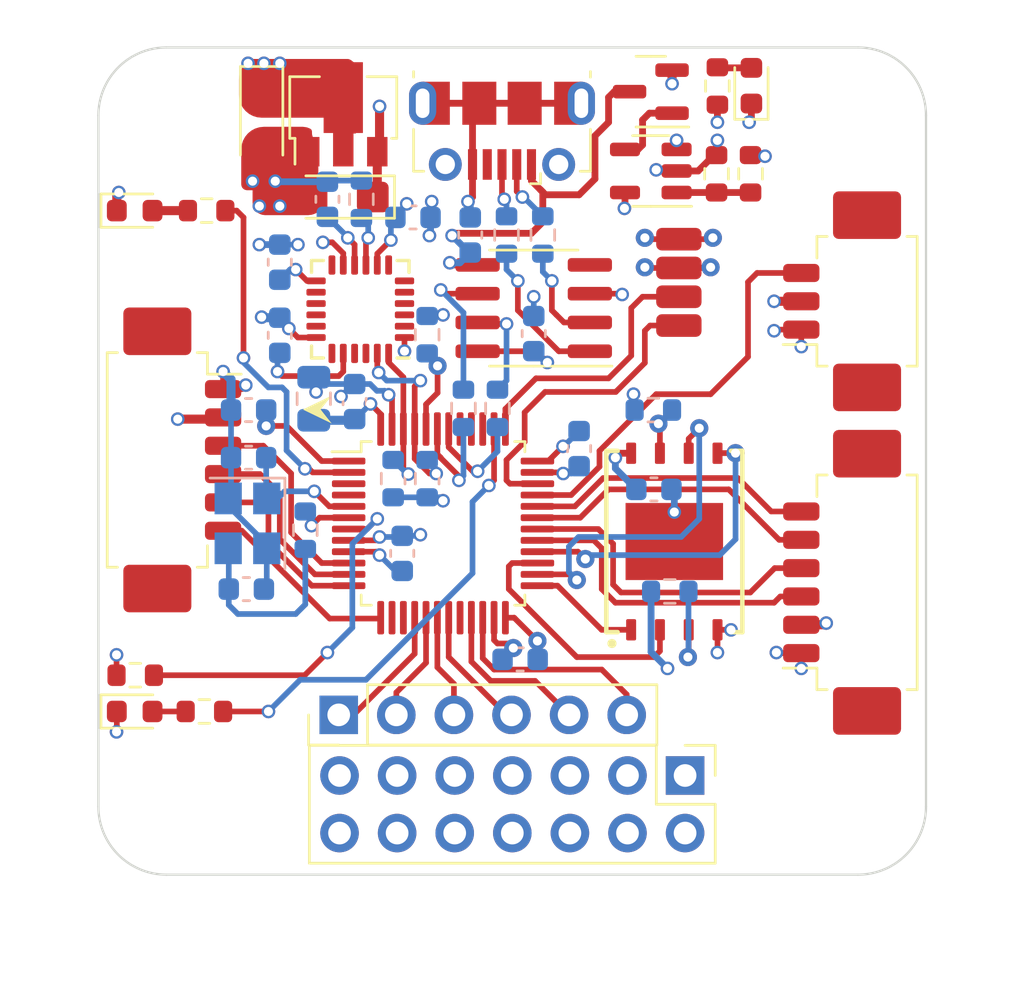
<source format=kicad_pcb>
(kicad_pcb (version 20211014) (generator pcbnew)
  (layers (0 "F.Cu" signal) (1 "In1.Cu" power "3.3V") (2 "In2.Cu" power "GND") (31 "B.Cu" signal) (34 "B.Paste" user) (35 "F.Paste" user) (36 "B.SilkS" user "B.Silkscreen") (37 "F.SilkS" user "F.Silkscreen") (38 "B.Mask" user) (39 "F.Mask" user) (44 "Edge.Cuts" user))
  (net 0 "")
  (net 1 "+3V3")
  (net 2 "GND")
  (net 3 "HSE_IN")
  (net 4 "Net-(C8-Pad1)")
  (net 5 "Net-(C11-Pad2)")
  (net 6 "Net-(C13-Pad2)")
  (net 7 "VUSB")
  (net 8 "Net-(C15-Pad2)")
  (net 9 "+5V")
  (net 10 "Net-(D1-Pad2)")
  (net 11 "Net-(D2-Pad2)")
  (net 12 "Net-(D3-Pad2)")
  (net 13 "Net-(J1-Pad2)")
  (net 15 "Net-(J1-Pad3)")
  (net 16 "PPM")
  (net 17 "PWM1")
  (net 18 "PWM2")
  (net 19 "PWM3")
  (net 20 "PWM4")
  (net 21 "PWM5")
  (net 22 "PWM6")
  (net 23 "Net-(Q1-Pad1)")
  (net 24 "NRST")
  (net 25 "BOOT")
  (net 26 "HSE_OUT")
  (net 27 "LED_PC13")
  (net 28 "LED_STATUS")
  (net 29 "Net-(R7-Pad2)")
  (net 30 "Net-(R8-Pad2)")
  (net 31 "I2C1_SDA")
  (net 32 "I2C1_SLC")
  (net 33 "Net-(R11-Pad1)")
  (net 34 "Net-(R12-Pad2)")
  (net 35 "Net-(R13-Pad1)")
  (net 36 "Net-(R14-Pad1)")
  (net 37 "UART1_RX")
  (net 38 "UART1_TX")
  (net 39 "Net-(R15-Pad2)")
  (net 40 "Net-(R16-Pad2)")
  (net 41 "RC4_UART2_RX")
  (net 42 "RC3_UART2_TX")
  (net 43 "RC2")
  (net 44 "RC1")
  (net 45 "RC5")
  (net 46 "RC6")
  (net 47 "RC7")
  (net 48 "RC8")
  (net 54 "SPI2_CS")
  (net 55 "SPI2_SCK")
  (net 56 "SPI2_MISO")
  (net 57 "SPI2_MOSI")
  (net 58 "SWDIO")
  (net 59 "SWCLK")
  (footprint "Package_SO:SOIC-8_3.9x4.9mm_P1.27mm" (layer "F.Cu") (at 119.2 71.5 180)
    (fp_text reference "U4")
    (fp_text value "CH330N")
  )
  (footprint "Resistor_SMD:R_0603_1608Metric" (layer "F.Cu") (at 127.3 61.7 90)
    (fp_text reference "R4")
    (fp_text value "1k")
  )
  (footprint "SFA_LOGO:Arrow" (layer "F.Cu") (at 109.6 76 180)
    (fp_text reference "G***")
    (fp_text value "LOGO" hide)
  )
  (footprint "Resistor_SMD:R_0603_1608Metric" (layer "F.Cu") (at 104.775 67.2 180)
    (fp_text reference "R5")
    (fp_text value "1k")
  )
  (footprint "MountingHole:MountingHole_3mm" (layer "F.Cu") (at 133.5 93.5)
    (fp_text reference "REF**")
    (fp_text value "MountingHole_3mm")
  )
  (footprint "Connector_PinHeader_2.54mm:PinHeader_2x07_P2.54mm_Vertical" (layer "F.Cu") (at 125.875 92.125 -90)
    (fp_text reference "PWR1")
    (fp_text value "Conn_02x07_Odd_Even")
  )
  (footprint "Capacitor_Tantalum_SMD:CP_EIA-3216-10_Kemet-I" (layer "F.Cu") (at 110.75 66.6 180)
    (fp_text reference "C16")
    (fp_text value "10uF")
  )
  (footprint "Resistor_SMD:R_0603_1608Metric" (layer "F.Cu") (at 128.7625 65.575 -90)
    (fp_text reference "R16")
    (fp_text value "2k")
  )
  (footprint "MountingHole:MountingHole_3mm" (layer "F.Cu") (at 133.5 63)
    (fp_text reference "REF**")
    (fp_text value "MountingHole_3mm")
  )
  (footprint "W25Q256JVEIQ_TR:SON127P800X600X80-9N" (layer "F.Cu") (at 125.4 81.8 90)
    (fp_text reference "U2")
    (fp_text value "W25Q256JVEIQ_TR")
  )
  (footprint "Package_QFP:LQFP-48_7x7mm_P0.5mm" (layer "F.Cu") (at 115.2 81)
    (fp_text reference "U1")
    (fp_text value "STM32F103C8Tx")
  )
  (footprint "myCustomLibs:ConPadx04" (layer "F.Cu") (at 125.6 71.508)
    (fp_text reference "J2")
    (fp_text value "Conn_01x04")
  )
  (footprint "Package_TO_SOT_SMD:SOT-89-3" (layer "F.Cu") (at 110.8 62.95 90)
    (fp_text reference "U5")
    (fp_text value "AZ1117-3.3")
  )
  (footprint "Sensor_Motion:InvenSense_QFN-24_4x4mm_P0.5mm" (layer "F.Cu") (at 111.55 71.55 180)
    (fp_text reference "U3")
    (fp_text value "MPU-6050")
  )
  (footprint "MountingHole:MountingHole_3mm" (layer "F.Cu") (at 103 63)
    (fp_text reference "REF**")
    (fp_text value "MountingHole_3mm")
  )
  (footprint "Package_TO_SOT_SMD:SOT-23" (layer "F.Cu") (at 124.3625 61.95 180)
    (fp_text reference "Q1")
    (fp_text value "AO3401A")
  )
  (footprint "MountingHole:MountingHole_3mm" (layer "F.Cu") (at 103 93.5)
    (fp_text reference "REF**")
    (fp_text value "MountingHole_3mm")
  )
  (footprint "Connector_Molex:Molex_PicoBlade_53261-0671_1x06-1MP_P1.25mm_Horizontal" (layer "F.Cu") (at 133.4 83.6 90)
    (fp_text reference "RCIN2")
    (fp_text value "Conn_01x06")
  )
  (footprint "Connector_Molex:Molex_PicoBlade_53261-0371_1x03-1MP_P1.25mm_Horizontal" (layer "F.Cu") (at 133.4 71.2 90)
    (fp_text reference "PPM1")
    (fp_text value "Conn_01x03")
  )
  (footprint "LED_SMD:LED_0603_1608Metric" (layer "F.Cu") (at 128.8 61.6875 90)
    (fp_text reference "D1")
    (fp_text value "LEDR")
  )
  (footprint "Resistor_SMD:R_0603_1608Metric" (layer "F.Cu") (at 104.675 89.3 180)
    (fp_text reference "R6")
    (fp_text value "1k")
  )
  (footprint "Package_TO_SOT_SMD:SOT-23-5" (layer "F.Cu") (at 124.3625 65.45 180)
    (fp_text reference "U6")
    (fp_text value "LMV321")
  )
  (footprint "LED_SMD:LED_0603_1608Metric" (layer "F.Cu") (at 101.6 89.3)
    (fp_text reference "D3")
    (fp_text value "LEDR")
  )
  (footprint "Resistor_SMD:R_0603_1608Metric" (layer "F.Cu") (at 101.625 87.7)
    (fp_text reference "R1")
    (fp_text value "10k")
  )
  (footprint "Connector_Molex:Molex_PicoBlade_53261-0671_1x06-1MP_P1.25mm_Horizontal" (layer "F.Cu") (at 103.1 78.2 -90)
    (fp_text reference "RCIN1")
    (fp_text value "Conn_01x06")
  )
  (footprint "Connector_PinHeader_2.54mm:PinHeader_1x06_P2.54mm_Vertical" (layer "F.Cu") (at 110.6 89.45 90)
    (fp_text reference "PWM_SIG1")
    (fp_text value "Conn_01x06")
  )
  (footprint "LED_SMD:LED_0603_1608Metric" (layer "F.Cu") (at 101.6 67.2)
    (fp_text reference "D2")
    (fp_text value "LEDR")
  )
  (footprint "Capacitor_Tantalum_SMD:CP_EIA-3216-10_Kemet-I" (layer "F.Cu") (at 107.2 63.15 -90)
    (fp_text reference "C17")
    (fp_text value "22uF")
  )
  (footprint "Resistor_SMD:R_0603_1608Metric" (layer "F.Cu") (at 127.2625 65.575 90)
    (fp_text reference "R17")
    (fp_text value "10k")
  )
  (footprint "Connector_USB:USB_Micro-B_Molex-105017-0001" (layer "F.Cu") (at 117.8 63.7 180)
    (fp_text reference "J1")
    (fp_text value "USB_B_Micro")
  )
  (footprint "Capacitor_SMD:C_0603_1608Metric" (layer "B.Cu") (at 108 72.7 -90)
    (fp_text reference "C13")
    (fp_text value "2.2nF")
  )
  (footprint "Resistor_SMD:R_0603_1608Metric" (layer "B.Cu") (at 109.125 81.3 90)
    (fp_text reference "R3")
    (fp_text value "470R")
  )
  (footprint "Resistor_SMD:R_0603_1608Metric" (layer "B.Cu") (at 124.475 76)
    (fp_text reference "R7")
    (fp_text value "4.7k")
  )
  (footprint "Resistor_SMD:R_0603_1608Metric" (layer "B.Cu") (at 113 79.025 90)
    (fp_text reference "R9")
    (fp_text value "4.7k")
  )
  (footprint "Capacitor_SMD:C_0805_2012Metric" (layer "B.Cu") (at 109.5 75.5 90)
    (fp_text reference "C1")
    (fp_text value "4.7uF")
  )
  (footprint "Resistor_SMD:R_0603_1608Metric" (layer "B.Cu") (at 118 68.275 -90)
    (fp_text reference "R12")
    (fp_text value "22R")
  )
  (footprint "Resistor_SMD:R_0603_1608Metric" (layer "B.Cu") (at 114.5 79.025 90)
    (fp_text reference "R10")
    (fp_text value "4.7k")
  )
  (footprint "Crystal:Crystal_SMD_3225-4Pin_3.2x2.5mm" (layer "B.Cu") (at 106.575 81 -90)
    (fp_text reference "Y1")
    (fp_text value "8Mhz")
  )
  (footprint "Resistor_SMD:R_0603_1608Metric" (layer "B.Cu") (at 116.1 75.925 -90)
    (fp_text reference "R14")
    (fp_text value "1k")
  )
  (footprint "Capacitor_SMD:C_0603_1608Metric" (layer "B.Cu") (at 106.625 78.1 180)
    (fp_text reference "C7")
    (fp_text value "22pF")
  )
  (footprint "Resistor_SMD:R_0603_1608Metric" (layer "B.Cu") (at 111.6 66.7 90)
    (fp_text reference "R11")
    (fp_text value "4.7k")
  )
  (footprint "Capacitor_SMD:C_0603_1608Metric" (layer "B.Cu") (at 121.2 77.7 -90)
    (fp_text reference "C4")
    (fp_text value "100nF")
  )
  (footprint "Capacitor_SMD:C_0603_1608Metric" (layer "B.Cu") (at 111.3 75.625 90)
    (fp_text reference "C2")
    (fp_text value "100nF")
  )
  (footprint "Resistor_SMD:R_0603_1608Metric" (layer "B.Cu") (at 114.5 72.675 -90)
    (fp_text reference "R2")
    (fp_text value "10k")
  )
  (footprint "Capacitor_SMD:C_0603_1608Metric" (layer "B.Cu") (at 106.625 76 180)
    (fp_text reference "C3")
    (fp_text value "100nF")
  )
  (footprint "Capacitor_SMD:C_0603_1608Metric" (layer "B.Cu") (at 124.5 79.5)
    (fp_text reference "C12")
    (fp_text value "100nF")
  )
  (footprint "Resistor_SMD:R_0603_1608Metric" (layer "B.Cu") (at 125.2 84)
    (fp_text reference "R8")
    (fp_text value "4.7k")
  )
  (footprint "Capacitor_SMD:C_0603_1608Metric" (layer "B.Cu") (at 110.1 66.7 -90)
    (fp_text reference "C11")
    (fp_text value "100nF")
  )
  (footprint "Capacitor_SMD:C_0603_1608Metric" (layer "B.Cu") (at 118.6 87 180)
    (fp_text reference "C5")
    (fp_text value "100nF")
  )
  (footprint "Capacitor_SMD:C_0603_1608Metric" (layer "B.Cu") (at 119.2 72.625 -90)
    (fp_text reference "C15")
    (fp_text value "100nF")
  )
  (footprint "Capacitor_SMD:C_0603_1608Metric" (layer "B.Cu") (at 116.4 68.275 -90)
    (fp_text reference "C14")
    (fp_text value "100nF")
  )
  (footprint "Resistor_SMD:R_0603_1608Metric" (layer "B.Cu") (at 119.6 68.275 90)
    (fp_text reference "R13")
    (fp_text value "22R")
  )
  (footprint "Resistor_SMD:R_0603_1608Metric" (layer "B.Cu") (at 117.6 75.925 90)
    (fp_text reference "R15")
    (fp_text value "1k")
  )
  (footprint "Capacitor_SMD:C_0603_1608Metric" (layer "B.Cu") (at 106.525 83.9)
    (fp_text reference "C8")
    (fp_text value "22pF")
  )
  (footprint "Capacitor_SMD:C_0603_1608Metric" (layer "B.Cu") (at 113.4 82.325 90)
    (fp_text reference "C6")
    (fp_text value "100nF")
  )
  (footprint "Capacitor_SMD:C_0603_1608Metric" (layer "B.Cu") (at 108 69.475 90)
    (fp_text reference "C10")
    (fp_text value "100nF")
  )
  (footprint "Capacitor_SMD:C_0603_1608Metric" (layer "B.Cu") (at 113.875 67.5 180)
    (fp_text reference "C9")
    (fp_text value "10nF")
  )
  (gr_arc (start 103 96.5) (mid 100.87868 95.62132) (end 100 93.5) (layer "Edge.Cuts") (width 0.1))
  (gr_arc (start 133.5 60) (mid 135.62132 60.87868) (end 136.5 63) (layer "Edge.Cuts") (width 0.1))
  (gr_line (start 100 63) (end 100 93.5) (layer "Edge.Cuts") (width 0.1))
  (gr_arc (start 136.5 93.5) (mid 135.62132 95.62132) (end 133.5 96.5) (layer "Edge.Cuts") (width 0.1))
  (gr_arc (start 100 63) (mid 100.87868 60.87868) (end 103 60) (layer "Edge.Cuts") (width 0.1))
  (gr_line (start 136.5 93.5) (end 136.5 63) (layer "Edge.Cuts") (width 0.1))
  (gr_line (start 103 60) (end 133.5 60) (layer "Edge.Cuts") (width 0.1))
  (gr_line (start 103 96.5) (end 133.5 96.5) (layer "Edge.Cuts") (width 0.1))
  (segment (start 109.85 78.25) (end 111.0375 78.25) (width 0.25) (layer "F.Cu") (net 1))
  (segment (start 109.6 70.3) (end 109.2 70.3) (width 0.25) (layer "F.Cu") (net 1))
  (segment (start 118.337902 85.1625) (end 119.363261 86.187859) (width 0.25) (layer "F.Cu") (net 1))
  (segment (start 123.225 67.075) (end 123.2 67.1) (width 0.3) (layer "F.Cu") (net 1))
  (segment (start 127 69.7) (end 126.97 69.73) (width 0.25) (layer "F.Cu") (net 1))
  (segment (start 100.8 87.7) (end 100.8 86.8) (width 0.25) (layer "F.Cu") (net 1))
  (segment (start 125.5 64.5) (end 125.5 64.1) (width 0.3) (layer "F.Cu") (net 1))
  (segment (start 109.2 70.3) (end 108.7 69.8) (width 0.25) (layer "F.Cu") (net 1))
  (segment (start 125.6 69.73) (end 124.13 69.73) (width 0.25) (layer "F.Cu") (net 1))
  (segment (start 112.25 82.25) (end 111.0375 82.25) (width 0.25) (layer "F.Cu") (net 1))
  (segment (start 126.97 69.73) (end 125.6 69.73) (width 0.25) (layer "F.Cu") (net 1))
  (segment (start 112.3 69.1) (end 112.9 68.5) (width 0.25) (layer "F.Cu") (net 1))
  (segment (start 120.491219 77.6) (end 119.841219 78.25) (width 0.25) (layer "F.Cu") (net 1))
  (segment (start 127.3 62.525) (end 127.3 63.3) (width 0.3) (layer "F.Cu") (net 1))
  (segment (start 122.995 77.905) (end 122.8 78.1) (width 0.3) (layer "F.Cu") (net 1))
  (segment (start 112.3 69.6) (end 112.3 69.1) (width 0.25) (layer "F.Cu") (net 1))
  (segment (start 123.225 66.4) (end 123.225 67.075) (width 0.3) (layer "F.Cu") (net 1))
  (segment (start 108.3 76.7) (end 109.85 78.25) (width 0.25) (layer "F.Cu") (net 1))
  (segment (start 112.45 76.178254) (end 112.45 76.8375) (width 0.25) (layer "F.Cu") (net 1))
  (segment (start 117.95 85.1625) (end 118.337902 85.1625) (width 0.25) (layer "F.Cu") (net 1))
  (segment (start 107.4 76.7) (end 108.3 76.7) (width 0.25) (layer "F.Cu") (net 1))
  (segment (start 112 75.728254) (end 112.45 76.178254) (width 0.25) (layer "F.Cu") (net 1))
  (segment (start 124.13 69.73) (end 124.1 69.7) (width 0.25) (layer "F.Cu") (net 1))
  (segment (start 123.495 77.905) (end 122.995 77.905) (width 0.3) (layer "F.Cu") (net 1))
  (segment (start 112.4 82.4) (end 112.25 82.25) (width 0.25) (layer "F.Cu") (net 1))
  (segment (start 119.841219 78.25) (end 119.3625 78.25) (width 0.25) (layer "F.Cu") (net 1))
  (via (at 119.363261 86.187859) (size 0.8) (drill 0.4) (layers "F.Cu" "B.Cu") (net 1))
  (via (at 115.2 80) (size 0.6) (drill 0.4) (layers "F.Cu" "B.Cu") (net 1))
  (via (at 106.6 60.7) (size 0.6) (drill 0.4) (layers "F.Cu" "B.Cu") (net 1))
  (via (at 108.7 69.8) (size 0.6) (drill 0.4) (layers "F.Cu" "B.Cu") (net 1))
  (via (at 112.4 82.4) (size 0.6) (drill 0.4) (layers "F.Cu" "B.Cu") (net 1))
  (via (at 107.3 60.7) (size 0.6) (drill 0.4) (layers "F.Cu" "B.Cu") (net 1))
  (via (at 123.6 75.3) (size 0.6) (drill 0.4) (layers "F.Cu" "B.Cu") (net 1))
  (via (at 124.1 69.7) (size 0.8) (drill 0.4) (layers "F.Cu" "B.Cu") (net 1))
  (via (at 123.2 67.1) (size 0.6) (drill 0.4) (layers "F.Cu" "B.Cu") (net 1))
  (via (at 127 69.7) (size 0.8) (drill 0.4) (layers "F.Cu" "B.Cu") (net 1))
  (via (at 113.6 66.9) (size 0.6) (drill 0.4) (layers "F.Cu" "B.Cu") (net 1))
  (via (at 107.4 76.7) (size 0.8) (drill 0.4) (layers "F.Cu" "B.Cu") (net 1))
  (via (at 120.491219 77.6) (size 0.6) (drill 0.4) (layers "F.Cu" "B.Cu") (net 1))
  (via (at 112.9 68.5) (size 0.6) (drill 0.4) (layers "F.Cu" "B.Cu") (net 1))
  (via (at 122.8 78.1) (size 0.6) (drill 0.4) (layers "F.Cu" "B.Cu") (net 1))
  (via (at 125.5 64.1) (size 0.6) (drill 0.4) (layers "F.Cu" "B.Cu") (net 1))
  (via (at 125.1 87.4) (size 0.6) (drill 0.4) (layers "F.Cu" "B.Cu") (net 1))
  (via (at 127.3 63.3) (size 0.6) (drill 0.4) (layers "F.Cu" "B.Cu") (net 1))
  (via (at 108 60.7) (size 0.6) (drill 0.4) (layers "F.Cu" "B.Cu") (net 1))
  (via (at 100.8 86.8) (size 0.6) (drill 0.4) (layers "F.Cu" "B.Cu") (net 1))
  (via (at 112 75.728254) (size 0.6) (drill 0.4) (layers "F.Cu" "B.Cu") (net 1))
  (segment (start 111.25 76.45) (end 111.3 76.4) (width 0.4) (layer "B.Cu") (net 1))
  (segment (start 113.6 66.9) (end 113.1 67.4) (width 0.25) (layer "B.Cu") (net 1))
  (segment (start 120.525 77.6) (end 121.2 76.925) (width 0.25) (layer "B.Cu") (net 1))
  (segment (start 122.8 78.575) (end 123.725 79.5) (width 0.3) (layer "B.Cu") (net 1))
  (segment (start 113.1 83.1) (end 112.4 82.4) (width 0.25) (layer "B.Cu") (net 1))
  (segment (start 123.6 75.3) (end 123.65 75.35) (width 0.3) (layer "B.Cu") (net 1))
  (segment (start 120.491219 77.6) (end 120.525 77.6) (width 0.25) (layer "B.Cu") (net 1))
  (segment (start 115.05 79.85) (end 115.2 80) (width 0.25) (layer "B.Cu") (net 1))
  (segment (start 113.1 67.4) (end 113.1 67.5) (width 0.25) (layer "B.Cu") (net 1))
  (segment (start 125.1 87.4) (end 124.375 86.675) (width 0.3) (layer "B.Cu") (net 1))
  (segment (start 119.363261 86.187859) (end 119.363261 86.988261) (width 0.25) (layer "B.Cu") (net 1))
  (segment (start 123.65 75.35) (end 123.65 76) (width 0.3) (layer "B.Cu") (net 1))
  (segment (start 109.5 76.45) (end 111.25 76.45) (width 0.4) (layer "B.Cu") (net 1))
  (segment (start 113.4 83.1) (end 113.1 83.1) (width 0.25) (layer "B.Cu") (net 1))
  (segment (start 122.8 78.1) (end 122.8 78.575) (width 0.3) (layer "B.Cu") (net 1))
  (segment (start 112.9 67.7) (end 113.1 67.5) (width 0.25) (layer "B.Cu") (net 1))
  (segment (start 108.7 69.8) (end 108.45 69.8) (width 0.25) (layer "B.Cu") (net 1))
  (segment (start 124.375 86.675) (end 124.375 84) (width 0.3) (layer "B.Cu") (net 1))
  (segment (start 111.328254 76.4) (end 111.3 76.4) (width 0.25) (layer "B.Cu") (net 1))
  (segment (start 114.5 79.85) (end 113 79.85) (width 0.25) (layer "B.Cu") (net 1))
  (segment (start 112 75.728254) (end 111.328254 76.4) (width 0.25) (layer "B.Cu") (net 1))
  (segment (start 107.4 76) (end 107.4 76.7) (width 0.4) (layer "B.Cu") (net 1))
  (segment (start 114.5 79.85) (end 115.05 79.85) (width 0.25) (layer "B.Cu") (net 1))
  (segment (start 119.363261 86.988261) (end 119.375 87) (width 0.25) (layer "B.Cu") (net 1))
  (segment (start 112.9 68.5) (end 112.9 67.7) (width 0.25) (layer "B.Cu") (net 1))
  (segment (start 108.45 69.8) (end 108 70.25) (width 0.25) (layer "B.Cu") (net 1))
  (segment (start 110.316807 68.6) (end 109.9 68.6) (width 0.25) (layer "F.Cu") (net 2))
  (segment (start 105.5 75.075) (end 105.5 74.3) (width 0.25) (layer "F.Cu") (net 2))
  (segment (start 105.5 75.075) (end 106.325 75.075) (width 0.25) (layer "F.Cu") (net 2))
  (segment (start 125.4 81.8) (end 125.4 80.5) (width 0.3) (layer "F.Cu") (net 2))
  (segment (start 121.675 70.865) (end 123.065 70.865) (width 0.25) (layer "F.Cu") (net 2))
  (segment (start 127.305 86.695) (end 127.3 86.7) (width 0.25) (layer "F.Cu") (net 2))
  (segment (start 110.8 69.6) (end 110.8 69.083193) (width 0.25) (layer "F.Cu") (net 2))
  (segment (start 120.5 78.8) (end 120.45 78.75) (width 0.25) (layer "F.Cu") (net 2))
  (segment (start 128.8 62.475) (end 128.8 63.2) (width 0.3) (layer "F.Cu") (net 2))
  (segment (start 126.45 65.45) (end 127.15 64.75) (width 0.3) (layer "F.Cu") (net 2))
  (segment (start 118.3 86.5) (end 118.1 86.3) (width 0.25) (layer "F.Cu") (net 2))
  (segment (start 123.065 70.865) (end 123.1 70.9) (width 0.25) (layer "F.Cu") (net 2))
  (segment (start 131 72.45) (end 131 73.2) (width 0.25) (layer "F.Cu") (net 2))
  (segment (start 117.45 86.15) (end 117.45 85.1625) (width 0.25) (layer "F.Cu") (net 2))
  (segment (start 129.8 72.5) (end 129.85 72.45) (width 0.25) (layer "F.Cu") (net 2))
  (segment (start 100.8125 90.1875) (end 100.8 90.2) (width 0.25) (layer "F.Cu") (net 2))
  (segment (start 117.6 86.3) (end 117.45 86.15) (width 0.25) (layer "F.Cu") (net 2))
  (segment (start 127.2625 64.75) (end 127.2625 64.1375) (width 0.3) (layer "F.Cu") (net 2))
  (segment (start 116.5 65.1625) (end 116.5 66.6) (width 0.3) (layer "F.Cu") (net 2))
  (segment (start 125.5 65.45) (end 124.65 65.45) (width 0.3) (layer "F.Cu") (net 2))
  (segment (start 125.6 68.46) (end 127.04 68.46) (width 0.25) (layer "F.Cu") (net 2))
  (segment (start 110.8 69.083193) (end 110.316807 68.6) (width 0.25) (layer "F.Cu") (net 2))
  (segment (start 127.15 64.75) (end 127.2625 64.75) (width 0.3) (layer "F.Cu") (net 2))
  (segment (start 125.6 68.46) (end 124.16 68.46) (width 0.25) (layer "F.Cu") (net 2))
  (segment (start 113.5 73.4) (end 113.5 72.8) (width 0.25) (layer "F.Cu") (net 2))
  (segment (start 125.5 65.45) (end 126.45 65.45) (width 0.3) (layer "F.Cu") (net 2))
  (segment (start 112.8 75.3245) (end 112.95 75.4745) (width 0.25) (layer "F.Cu") (net 2))
  (segment (start 112.25 81.75) (end 112.4 81.6) (width 0.25) (layer "F.Cu") (net 2))
  (segment (start 116.5 66.6) (end 116.3 66.8) (width 0.3) (layer "F.Cu") (net 2))
  (segment (start 127.2625 64.1375) (end 127.3 64.1) (width 0.3) (layer "F.Cu") (net 2))
  (segment (start 129.85 72.45) (end 131 72.45) (width 0.25) (layer "F.Cu") (net 2))
  (segment (start 100.8125 66.4875) (end 100.9 66.4) (width 0.4) (layer "F.Cu") (net 2))
  (segment (start 127.04 68.46) (end 127.1 68.4) (width 0.25) (layer "F.Cu") (net 2))
  (segment (start 109.6 72.8) (end 108.8 72.8) (width 0.25) (layer "F.Cu") (net 2))
  (segment (start 128.8 63.2) (end 128.7 63.3) (width 0.3) (layer "F.Cu") (net 2))
  (segment (start 116.5 65.1625) (end 116.5 62.7625) (width 0.3) (layer "F.Cu") (net 2))
  (segment (start 127.305 85.695) (end 127.895 85.695) (width 0.25) (layer "F.Cu") (net 2))
  (segment (start 124.16 68.46) (end 124.1 68.4) (width 0.25) (layer "F.Cu") (net 2))
  (segment (start 131 86.725) (end 131 87.4) (width 0.25) (layer "F.Cu") (net 2))
  (segment (start 120.45 78.75) (end 119.3625 78.75) (width 0.25) (layer "F.Cu") (net 2))
  (segment (start 100.8125 89.3) (end 100.8125 90.1875) (width 0.25) (layer "F.Cu") (net 2))
  (segment (start 129.925 86.725) (end 129.9 86.7) (width 0.25) (layer "F.Cu") (net 2))
  (segment (start 100.8125 67.2) (end 100.8125 66.4875) (width 0.4) (layer "F.Cu") (net 2))
  (segment (start 106.325 75.075) (end 106.5 74.9) (width 0.25) (layer "F.Cu") (net 2))
  (segment (start 127.895 85.695) (end 127.9 85.7) (width 0.25) (layer "F.Cu") (net 2))
  (segment (start 120.7 62.4625) (end 114.9 62.4625) (width 0.3) (layer "F.Cu") (net 2))
  (segment (start 116.5 62.7625) (end 116.8 62.4625) (width 0.3) (layer "F.Cu") (net 2))
  (segment (start 108.8 72.8) (end 108.4 72.4) (width 0.25) (layer "F.Cu") (net 2))
  (segment (start 131 86.725) (end 129.925 86.725) (width 0.25) (layer "F.Cu") (net 2))
  (segment (start 112.95 75.4745) (end 112.95 76.8375) (width 0.25) (layer "F.Cu") (net 2))
  (segment (start 111.0375 81.75) (end 112.25 81.75) (width 0.25) (layer "F.Cu") (net 2))
  (segment (start 127.305 85.695) (end 127.305 86.695) (width 0.25) (layer "F.Cu") (net 2))
  (segment (start 124.65 65.45) (end 124.6 65.4) (width 0.3) (layer "F.Cu") (net 2))
  (segment (start 118.1 86.3) (end 117.6 86.3) (width 0.25) (layer "F.Cu") (net 2))
  (via (at 127.3 64.1) (size 0.6) (drill 0.4) (layers "F.Cu" "B.Cu") (net 2))
  (via (at 129.9 86.7) (size 0.6) (drill 0.4) (layers "F.Cu" "B.Cu") (net 2))
  (via (at 128.7 63.3) (size 0.6) (drill 0.4) (layers "F.Cu" "B.Cu") (net 2))
  (via (at 127.1 68.4) (size 0.8) (drill 0.4) (layers "F.Cu" "B.Cu") (net 2))
  (via (at 107.1 67) (size 0.6) (drill 0.4) (layers "F.Cu" "B.Cu") (net 2))
  (via (at 120.5 78.8) (size 0.6) (drill 0.4) (layers "F.Cu" "B.Cu") (net 2))
  (via (at 127.9 85.7) (size 0.6) (drill 0.4) (layers "F.Cu" "B.Cu") (net 2))
  (via (at 115.2 71.8) (size 0.6) (drill 0.4) (layers "F.Cu" "B.Cu") (net 2))
  (via (at 106.8 65.9) (size 0.6) (drill 0.4) (layers "F.Cu" "B.Cu") (net 2))
  (via (at 124.6 65.4) (size 0.6) (drill 0.4) (layers "F.Cu" "B.Cu") (net 2))
  (via (at 131 87.4) (size 0.6) (drill 0.4) (layers "F.Cu" "B.Cu") (net 2))
  (via (at 105.5 74.3) (size 0.6) (drill 0.4) (layers "F.Cu" "B.Cu") (net 2))
  (via (at 129.8 72.5) (size 0.6) (drill 0.4) (layers "F.Cu" "B.Cu") (net 2))
  (via (at 119.2 71) (size 0.6) (drill 0.4) (layers "F.Cu" "B.Cu") (net 2))
  (via (at 118.3 86.5) (size 0.8) (drill 0.4) (layers "F.Cu" "B.Cu") (net 2))
  (via (at 125.4 80.5) (size 0.6) (drill 0.4) (layers "F.Cu" "B.Cu") (net 2))
  (via (at 108.4 72.4) (size 0.6) (drill 0.4) (layers "F.Cu" "B.Cu") (net 2))
  (via (at 124.1 68.4) (size 0.8) (drill 0.4) (layers "F.Cu" "B.Cu") (net 2))
  (via (at 116.3 66.8) (size 0.6) (drill 0.4) (layers "F.Cu" "B.Cu") (net 2))
  (via (at 100.8 90.2) (size 0.6) (drill 0.4) (layers "F.Cu" "B.Cu") (net 2))
  (via (at 123.1 70.9) (size 0.6) (drill 0.4) (layers "F.Cu" "B.Cu") (net 2))
  (via (at 106.5 74.9) (size 0.6) (drill 0.4) (layers "F.Cu" "B.Cu") (net 2))
  (via (at 109.6 75.2) (size 0.6) (drill 0.4) (layers "F.Cu" "B.Cu") (net 2))
  (via (at 108 67) (size 0.6) (drill 0.4) (layers "F.Cu" "B.Cu") (net 2))
  (via (at 112.8 75.3245) (size 0.6) (drill 0.4) (layers "F.Cu" "B.Cu") (net 2))
  (via (at 114.7 66.8) (size 0.6) (drill 0.4) (layers "F.Cu" "B.Cu") (net 2))
  (via (at 114.6 68.3) (size 0.6) (drill 0.4) (layers "F.Cu" "B.Cu") (net 2))
  (via (at 108.8 68.7) (size 0.6) (drill 0.4) (layers "F.Cu" "B.Cu") (net 2))
  (via (at 107.8 65.9) (size 0.6) (drill 0.4) (layers "F.Cu" "B.Cu") (net 2))
  (via (at 114.2 81.5) (size 0.6) (drill 0.4) (layers "F.Cu" "B.Cu") (net 2))
  (via (at 110.7 75.4) (size 0.6) (drill 0.4) (layers "F.Cu" "B.Cu") (net 2))
  (via (at 131 73.2) (size 0.6) (drill 0.4) (layers "F.Cu" "B.Cu") (net 2))
  (via (at 109.9 68.6) (size 0.6) (drill 0.4) (layers "F.Cu" "B.Cu") (net 2))
  (via (at 127.3 86.7) (size 0.6) (drill 0.4) (layers "F.Cu" "B.Cu") (net 2))
  (via (at 112.4 81.6) (size 0.6) (drill 0.4) (layers "F.Cu" "B.Cu") (net 2))
  (via (at 107.2 71.9) (size 0.6) (drill 0.4) (layers "F.Cu" "B.Cu") (net 2))
  (via (at 107.1 68.7) (size 0.6) (drill 0.4) (layers "F.Cu" "B.Cu") (net 2))
  (via (at 113.5 73.4) (size 0.6) (drill 0.4) (layers "F.Cu" "B.Cu") (net 2))
  (via (at 100.9 66.4) (size 0.6) (drill 0.4) (layers "F.Cu" "B.Cu") (net 2))
  (segment (start 108 68.7) (end 108.8 68.7) (width 0.25) (layer "B.Cu") (net 2))
  (segment (start 112.62502 75.14952) (end 112.28315 75.14952) (width 0.25) (layer "B.Cu") (net 2))
  (segment (start 113.4 81.55) (end 114.15 81.55) (width 0.25) (layer "B.Cu") (net 2))
  (segment (start 111.25 74.85) (end 110.7 75.4) (width 0.25) (layer "B.Cu") (net 2))
  (segment (start 120.875 78.8) (end 121.2 78.475) (width 0.25) (layer "B.Cu") (net 2))
  (segment (start 109.5 74.55) (end 109.5 75.1) (width 0.25) (layer "B.Cu") (net 2))
  (segment (start 111.3 74.85) (end 109.8 74.85) (width 0.25) (layer "B.Cu") (net 2))
  (segment (start 114.65 67.5) (end 114.65 68.25) (width 0.3) (layer "B.Cu") (net 2))
  (segment (start 111.3 74.85) (end 111.25 74.85) (width 0.25) (layer "B.Cu") (net 2))
  (segment (start 107.225 71.925) (end 107.2 71.9) (width 0.4) (layer "B.Cu") (net 2))
  (segment (start 108 71.925) (end 107.225 71.925) (width 0.4) (layer "B.Cu") (net 2))
  (segment (start 110.1 65.925) (end 107.825 65.925) (width 0.3) (layer "B.Cu") (net 2))
  (segment (start 125.4 80.5) (end 125.4 79.625) (width 0.3) (layer "B.Cu") (net 2))
  (segment (start 107.425 81.925) (end 105.725 80.225) (width 0.25) (layer "B.Cu") (net 2))
  (segment (start 105.85 78.1) (end 105.85 79.775) (width 0.25) (layer "B.Cu") (net 2))
  (segment (start 125.4 79.625) (end 125.275 79.5) (width 0.3) (layer "B.Cu") (net 2))
  (segment (start 114.15 81.55) (end 114.2 81.5) (width 0.25) (layer "B.Cu") (net 2))
  (segment (start 114.5 71.85) (end 115.15 71.85) (width 0.25) (layer "B.Cu") (net 2))
  (segment (start 115.15 71.85) (end 115.2 71.8) (width 0.25) (layer "B.Cu") (net 2))
  (segment (start 105.85 74.65) (end 105.5 74.3) (width 0.4) (layer "B.Cu") (net 2))
  (segment (start 112.28315 75.14952) (end 111.98363 74.85) (width 0.25) (layer "B.Cu") (net 2))
  (segment (start 120.5 78.8) (end 120.875 78.8) (width 0.25) (layer "B.Cu") (net 2))
  (segment (start 108.4 72.325) (end 108 71.925) (width 0.25) (layer "B.Cu") (net 2))
  (segment (start 114.65 66.85) (end 114.7 66.8) (width 0.3) (layer "B.Cu") (net 2))
  (segment (start 113.35 81.6) (end 113.4 81.55) (width 0.25) (layer "B.Cu") (net 2))
  (segment (start 112.8 75.3245) (end 112.62502 75.14952) (width 0.25) (layer "B.Cu") (net 2))
  (segment (start 105.85 79.775) (end 105.725 79.9) (width 0.25) (layer "B.Cu") (net 2))
  (segment (start 107.425 83.775) (end 107.3 83.9) (width 0.25) (layer "B.Cu") (net 2))
  (segment (start 108.4 72.4) (end 108.4 72.325) (width 0.25) (layer "B.Cu") (net 2))
  (segment (start 108 68.7) (end 107.1 68.7) (width 0.3) (layer "B.Cu") (net 2))
  (segment (start 107.425 82.1) (end 107.425 83.775) (width 0.25) (layer "B.Cu") (net 2))
  (segment (start 111.98363 74.85) (end 111.3 74.85) (width 0.25) (layer "B.Cu") (net 2))
  (segment (start 116.4 66.9) (end 116.3 66.8) (width 0.3) (layer "B.Cu") (net 2))
  (segment (start 112.4 81.6) (end 113.35 81.6) (width 0.25) (layer "B.Cu") (net 2))
  (segment (start 117.825 87) (end 117.825 86.975) (width 0.25) (layer "B.Cu") (net 2))
  (segment (start 109.8 74.85) (end 109.5 74.55) (width 0.25) (layer "B.Cu") (net 2))
  (segment (start 110.15 65.875) (end 110.1 65.925) (width 0.25) (layer "B.Cu") (net 2))
  (segment (start 109.5 75.1) (end 109.6 75.2) (width 0.25) (layer "B.Cu") (net 2))
  (segment (start 117.825 86.975) (end 118.3 86.5) (width 0.25) (layer "B.Cu") (net 2))
  (segment (start 116.4 67.5) (end 116.4 66.9) (width 0.3) (layer "B.Cu") (net 2))
  (segment (start 114.65 67.5) (end 114.65 66.85) (width 0.3) (layer "B.Cu") (net 2))
  (segment (start 105.85 76) (end 105.85 74.65) (width 0.4) (layer "B.Cu") (net 2))
  (segment (start 119.2 71.85) (end 119.2 71) (width 0.25) (layer "B.Cu") (net 2))
  (segment (start 107.825 65.925) (end 107.8 65.9) (width 0.3) (layer "B.Cu") (net 2))
  (segment (start 105.725 80.225) (end 105.725 79.9) (width 0.25) (layer "B.Cu") (net 2))
  (segment (start 111.6 65.875) (end 110.15 65.875) (width 0.25) (layer "B.Cu") (net 2))
  (segment (start 105.85 78.1) (end 105.85 76) (width 0.25) (layer "B.Cu") (net 2))
  (segment (start 114.65 68.25) (end 114.6 68.3) (width 0.3) (layer "B.Cu") (net 2))
  (segment (start 107.425 82.1) (end 107.425 81.925) (width 0.25) (layer "B.Cu") (net 2))
  (segment (start 110.184009 80.25) (end 111.0375 80.25) (width 0.25) (layer "F.Cu") (net 3))
  (segment (start 109.519853 79.585844) (end 110.184009 80.25) (width 0.25) (layer "F.Cu") (net 3))
  (via (at 109.519853 79.585844) (size 0.6) (drill 0.4) (layers "F.Cu" "B.Cu") (net 3))
  (segment (start 107.4 79.875) (end 107.425 79.9) (width 0.25) (layer "B.Cu") (net 3))
  (segment (start 109.519853 79.585844) (end 108.214156 79.585844) (width 0.25) (layer "B.Cu") (net 3))
  (segment (start 107.9 79.9) (end 107.425 79.9) (width 0.25) (layer "B.Cu") (net 3))
  (segment (start 107.4 78.1) (end 107.4 79.875) (width 0.25) (layer "B.Cu") (net 3))
  (segment (start 108.214156 79.585844) (end 107.9 79.9) (width 0.25) (layer "B.Cu") (net 3))
  (segment (start 105.725 81.775) (end 105.725 82.1) (width 0.25) (layer "B.Cu") (net 4))
  (segment (start 108.7 85) (end 106.15 85) (width 0.25) (layer "B.Cu") (net 4))
  (segment (start 106.15 85) (end 105.75 84.6) (width 0.25) (layer "B.Cu") (net 4))
  (segment (start 109.125 82.125) (end 109.125 84.575) (width 0.25) (layer "B.Cu") (net 4))
  (segment (start 105.75 84.6) (end 105.75 83.9) (width 0.25) (layer "B.Cu") (net 4))
  (segment (start 109.125 82.125) (end 109.125 81.925) (width 0.25) (layer "B.Cu") (net 4))
  (segment (start 109.125 84.575) (end 108.7 85) (width 0.25) (layer "B.Cu") (net 4))
  (segment (start 105.75 82.125) (end 105.725 82.1) (width 0.25) (layer "B.Cu") (net 4))
  (segment (start 105.75 83.9) (end 105.75 82.125) (width 0.25) (layer "B.Cu") (net 4))
  (segment (start 111 68.4) (end 111.3 68.7) (width 0.25) (layer "F.Cu") (net 5))
  (segment (start 111.3 68.7) (end 111.3 69.6) (width 0.25) (layer "F.Cu") (net 5))
  (via (at 111 68.4) (size 0.6) (drill 0.4) (layers "F.Cu" "B.Cu") (net 5))
  (segment (start 111 68.4) (end 111 68.375) (width 0.25) (layer "B.Cu") (net 5))
  (segment (start 111 68.375) (end 110.1 67.475) (width 0.25) (layer "B.Cu") (net 5))
  (segment (start 110.6 74.5) (end 110.8 74.3) (width 0.25) (layer "F.Cu") (net 6))
  (segment (start 107.9 74.3) (end 108.1 74.5) (width 0.25) (layer "F.Cu") (net 6))
  (segment (start 108.1 74.5) (end 110.6 74.5) (width 0.25) (layer "F.Cu") (net 6))
  (segment (start 110.8 74.3) (end 110.8 73.5) (width 0.25) (layer "F.Cu") (net 6))
  (via (at 107.9 74.3) (size 0.6) (drill 0.4) (layers "F.Cu" "B.Cu") (net 6))
  (segment (start 107.9 73.575) (end 108 73.475) (width 0.25) (layer "B.Cu") (net 6))
  (segment (start 107.9 74.3) (end 107.9 73.575) (width 0.25) (layer "B.Cu") (net 6))
  (segment (start 119.5 66.281452) (end 119.1 65.881452) (width 0.3) (layer "F.Cu") (net 7))
  (segment (start 119.718548 66.5) (end 121.2 66.5) (width 0.3) (layer "F.Cu") (net 7))
  (segment (start 122.5 62.2) (end 122.75 61.95) (width 0.3) (layer "F.Cu") (net 7))
  (segment (start 119.5 66.281452) (end 119.718548 66.5) (width 0.3) (layer "F.Cu") (net 7))
  (segment (start 119.6 67.7) (end 119.6 66.381452) (width 0.3) (layer "F.Cu") (net 7))
  (segment (start 122.75 61.95) (end 123.425 61.95) (width 0.3) (layer "F.Cu") (net 7))
  (segment (start 115.7 68.2) (end 119.1 68.2) (width 0.3) (layer "F.Cu") (net 7))
  (segment (start 121.2 66.5) (end 121.9 65.8) (width 0.3) (layer "F.Cu") (net 7))
  (segment (start 115.5 69.5) (end 115.595 69.595) (width 0.3) (layer "F.Cu") (net 7))
  (segment (start 119.1 68.2) (end 119.6 67.7) (width 0.3) (layer "F.Cu") (net 7))
  (segment (start 122.5 63.3) (end 122.5 62.2) (width 0.3) (layer "F.Cu") (net 7))
  (segment (start 121.9 65.8) (end 121.9 63.9) (width 0.3) (layer "F.Cu") (net 7))
  (segment (start 119.6 66.381452) (end 119.5 66.281452) (width 0.3) (layer "F.Cu") (net 7))
  (segment (start 115.6 68.3) (end 115.7 68.2) (width 0.3) (layer "F.Cu") (net 7))
  (segment (start 119.1 65.881452) (end 119.1 65.1625) (width 0.3) (layer "F.Cu") (net 7))
  (segment (start 121.9 63.9) (end 122.5 63.3) (width 0.3) (layer "F.Cu") (net 7))
  (segment (start 115.595 69.595) (end 116.725 69.595) (width 0.3) (layer "F.Cu") (net 7))
  (via (at 115.6 68.3) (size 0.6) (drill 0.4) (layers "F.Cu" "B.Cu") (net 7))
  (via (at 115.5 69.5) (size 0.6) (drill 0.4) (layers "F.Cu" "B.Cu") (net 7))
  (segment (start 115.6 68.3) (end 116.35 69.05) (width 0.3) (layer "B.Cu") (net 7))
  (segment (start 115.95 69.5) (end 116.4 69.05) (width 0.3) (layer "B.Cu") (net 7))
  (segment (start 115.5 69.5) (end 115.95 69.5) (width 0.3) (layer "B.Cu") (net 7))
  (segment (start 116.35 69.05) (end 116.4 69.05) (width 0.3) (layer "B.Cu") (net 7))
  (segment (start 119.305 73.405) (end 116.725 73.405) (width 0.25) (layer "F.Cu") (net 8))
  (segment (start 119.8 73.9) (end 119.305 73.405) (width 0.25) (layer "F.Cu") (net 8))
  (via (at 119.8 73.9) (size 0.6) (drill 0.4) (layers "F.Cu" "B.Cu") (net 8))
  (segment (start 119.8 73.9) (end 119.7 73.9) (width 0.25) (layer "B.Cu") (net 8))
  (segment (start 119.7 73.9) (end 119.2 73.4) (width 0.25) (layer "B.Cu") (net 8))
  (segment (start 112.3 64.6) (end 112.3 66.4) (width 0.4) (layer "F.Cu") (net 9))
  (segment (start 112.4 64.5) (end 112.3 64.6) (width 0.4) (layer "F.Cu") (net 9))
  (segment (start 112.3 66.4) (end 112.1 66.6) (width 0.4) (layer "F.Cu") (net 9))
  (segment (start 105.425 76.4) (end 105.5 76.325) (width 0.4) (layer "F.Cu") (net 9))
  (segment (start 103.5 76.4) (end 105.425 76.4) (width 0.4) (layer "F.Cu") (net 9))
  (segment (start 129.4 64.8) (end 128.8125 64.8) (width 0.4) (layer "F.Cu") (net 9))
  (segment (start 128.8125 64.8) (end 128.7625 64.75) (width 0.4) (layer "F.Cu") (net 9))
  (segment (start 131 71.2) (end 129.8 71.2) (width 0.4) (layer "F.Cu") (net 9))
  (segment (start 132.025 85.475) (end 132.1 85.4) (width 0.4) (layer "F.Cu") (net 9))
  (segment (start 131 85.475) (end 132.025 85.475) (width 0.4) (layer "F.Cu") (net 9))
  (segment (start 125.3 61) (end 125.3 61.6) (width 0.4) (layer "F.Cu") (net 9))
  (segment (start 112.4 62.6) (end 112.4 64.5) (width 0.4) (layer "F.Cu") (net 9))
  (via (at 103.5 76.4) (size 0.6) (drill 0.4) (layers "F.Cu" "B.Cu") (net 9))
  (via (at 125.3 61.6) (size 0.6) (drill 0.4) (layers "F.Cu" "B.Cu") (net 9))
  (via (at 129.8 71.2) (size 0.6) (drill 0.4) (layers "F.Cu" "B.Cu") (net 9))
  (via (at 112.4 62.6) (size 0.6) (drill 0.4) (layers "F.Cu" "B.Cu") (net 9))
  (via (at 132.1 85.4) (size 0.6) (drill 0.4) (layers "F.Cu" "B.Cu") (net 9))
  (via (at 129.4 64.8) (size 0.6) (drill 0.4) (layers "F.Cu" "B.Cu") (net 9))
  (segment (start 128.8 60.9) (end 127.325 60.9) (width 0.3) (layer "F.Cu") (net 10))
  (segment (start 127.325 60.9) (end 127.3 60.875) (width 0.3) (layer "F.Cu") (net 10))
  (segment (start 103.95 67.2) (end 102.3875 67.2) (width 0.4) (layer "F.Cu") (net 11))
  (segment (start 103.85 89.3) (end 102.3875 89.3) (width 0.25) (layer "F.Cu") (net 12))
  (segment (start 118.45 66.35) (end 118.45 65.1625) (width 0.25) (layer "F.Cu") (net 13))
  (segment (start 118.7 66.6) (end 118.45 66.35) (width 0.25) (layer "F.Cu") (net 13))
  (via (at 118.7 66.6) (size 0.6) (drill 0.4) (layers "F.Cu" "B.Cu") (net 13))
  (segment (start 118.75 66.6) (end 119.6 67.45) (width 0.25) (layer "B.Cu") (net 13))
  (segment (start 118.7 66.6) (end 118.75 66.6) (width 0.25) (layer "B.Cu") (net 13))
  (segment (start 117.8 66.6) (end 117.9 66.7) (width 0.25) (layer "F.Cu") (net 15))
  (segment (start 117.8 65.1625) (end 117.8 66.6) (width 0.25) (layer "F.Cu") (net 15))
  (via (at 117.9 66.7) (size 0.6) (drill 0.4) (layers "F.Cu" "B.Cu") (net 15))
  (segment (start 118 66.8) (end 117.9 66.7) (width 0.25) (layer "B.Cu") (net 15))
  (segment (start 118 67.45) (end 118 66.8) (width 0.25) (layer "B.Cu") (net 15))
  (segment (start 128.65 70.35) (end 129.05 69.95) (width 0.25) (layer "F.Cu") (net 16))
  (segment (start 129.05 69.95) (end 131 69.95) (width 0.25) (layer "F.Cu") (net 16))
  (segment (start 127 75.3) (end 128.65 73.65) (width 0.25) (layer "F.Cu") (net 16))
  (segment (start 122.1 77.8) (end 124.6 75.3) (width 0.25) (layer "F.Cu") (net 16))
  (segment (start 122.1 78.5) (end 122.1 77.8) (width 0.25) (layer "F.Cu") (net 16))
  (segment (start 124.6 75.3) (end 127 75.3) (width 0.25) (layer "F.Cu") (net 16))
  (segment (start 128.65 73.65) (end 128.65 70.35) (width 0.25) (layer "F.Cu") (net 16))
  (segment (start 119.3625 79.75) (end 120.85 79.75) (width 0.25) (layer "F.Cu") (net 16))
  (segment (start 120.85 79.75) (end 122.1 78.5) (width 0.25) (layer "F.Cu") (net 16))
  (segment (start 113.95 85.1625) (end 113.95 86.75) (width 0.25) (layer "F.Cu") (net 17))
  (segment (start 111.25 89.45) (end 110.6 89.45) (width 0.25) (layer "F.Cu") (net 17))
  (segment (start 113.95 86.75) (end 111.25 89.45) (width 0.25) (layer "F.Cu") (net 17))
  (segment (start 114.45 87.15) (end 114.45 85.1625) (width 0.25) (layer "F.Cu") (net 18))
  (segment (start 113.14 88.46) (end 114.45 87.15) (width 0.25) (layer "F.Cu") (net 18))
  (segment (start 113.14 89.45) (end 113.14 88.46) (width 0.25) (layer "F.Cu") (net 18))
  (segment (start 115.68 88.08) (end 115.68 89.45) (width 0.25) (layer "F.Cu") (net 19))
  (segment (start 114.95 87.35) (end 115.68 88.08) (width 0.25) (layer "F.Cu") (net 19))
  (segment (start 114.95 85.1625) (end 114.95 87.35) (width 0.25) (layer "F.Cu") (net 19))
  (segment (start 115.45 85.1625) (end 115.45 86.9) (width 0.25) (layer "F.Cu") (net 20))
  (segment (start 118 89.45) (end 118.22 89.45) (width 0.25) (layer "F.Cu") (net 20))
  (segment (start 115.45 86.9) (end 118 89.45) (width 0.25) (layer "F.Cu") (net 20))
  (segment (start 116.45 87.1) (end 117.3 87.95) (width 0.25) (layer "F.Cu") (net 21))
  (segment (start 116.45 85.1625) (end 116.45 87.1) (width 0.25) (layer "F.Cu") (net 21))
  (segment (start 119.26 87.95) (end 120.76 89.45) (width 0.25) (layer "F.Cu") (net 21))
  (segment (start 117.3 87.95) (end 119.26 87.95) (width 0.25) (layer "F.Cu") (net 21))
  (segment (start 123.3 88.55) (end 123.3 89.45) (width 0.25) (layer "F.Cu") (net 22))
  (segment (start 122.2 87.45) (end 123.3 88.55) (width 0.25) (layer "F.Cu") (net 22))
  (segment (start 116.95 85.1625) (end 116.95 86.95) (width 0.25) (layer "F.Cu") (net 22))
  (segment (start 117.45 87.45) (end 122.2 87.45) (width 0.25) (layer "F.Cu") (net 22))
  (segment (start 116.95 86.95) (end 117.45 87.45) (width 0.25) (layer "F.Cu") (net 22))
  (segment (start 123.225 64.5) (end 123.8 64.5) (width 0.3) (layer "F.Cu") (net 23))
  (segment (start 124.3 62.9) (end 125.3 62.9) (width 0.3) (layer "F.Cu") (net 23))
  (segment (start 124 64.3) (end 124 63.2) (width 0.3) (layer "F.Cu") (net 23))
  (segment (start 124 63.2) (end 124.3 62.9) (width 0.3) (layer "F.Cu") (net 23))
  (segment (start 123.8 64.5) (end 124 64.3) (width 0.3) (layer "F.Cu") (net 23))
  (segment (start 109.1 87.7) (end 102.45 87.7) (width 0.25) (layer "F.Cu") (net 24))
  (segment (start 111.0375 81.25) (end 111.85 81.25) (width 0.25) (layer "F.Cu") (net 24))
  (segment (start 111.85 81.25) (end 112.3 80.8) (width 0.25) (layer "F.Cu") (net 24))
  (segment (start 110.1 86.7) (end 109.1 87.7) (width 0.25) (layer "F.Cu") (net 24))
  (via (at 112.3 80.8) (size 0.6) (drill 0.4) (layers "F.Cu" "B.Cu") (net 24))
  (via (at 110.1 86.7) (size 0.6) (drill 0.4) (layers "F.Cu" "B.Cu") (net 24))
  (segment (start 111.2 81.9) (end 111.2 85.6) (width 0.25) (layer "B.Cu") (net 24))
  (segment (start 112.3 80.8) (end 111.2 81.9) (width 0.25) (layer "B.Cu") (net 24))
  (segment (start 111.2 85.6) (end 110.1 86.7) (width 0.25) (layer "B.Cu") (net 24))
  (segment (start 114.5 75.7) (end 114.958879 75.241121) (width 0.25) (layer "F.Cu") (net 25))
  (segment (start 114.958879 75.241121) (end 114.958879 74.049532) (width 0.25) (layer "F.Cu") (net 25))
  (segment (start 114.45 75.75) (end 114.5 75.7) (width 0.25) (layer "F.Cu") (net 25))
  (segment (start 114.45 76.8375) (end 114.45 75.75) (width 0.25) (layer "F.Cu") (net 25))
  (via (at 114.958879 74.049532) (size 0.8) (drill 0.4) (layers "F.Cu" "B.Cu") (net 25))
  (segment (start 114.958879 74.049532) (end 114.958879 73.958879) (width 0.25) (layer "B.Cu") (net 25))
  (segment (start 114.958879 73.958879) (end 114.5 73.5) (width 0.25) (layer "B.Cu") (net 25))
  (segment (start 109.75 80.75) (end 111.0375 80.75) (width 0.25) (layer "F.Cu") (net 26))
  (segment (start 109.4 81.1) (end 109.75 80.75) (width 0.25) (layer "F.Cu") (net 26))
  (via (at 109.4 81.1) (size 0.6) (drill 0.4) (layers "F.Cu" "B.Cu") (net 26))
  (segment (start 109.4 81.1) (end 109.4 80.75) (width 0.25) (layer "B.Cu") (net 26))
  (segment (start 109.4 80.75) (end 109.125 80.475) (width 0.25) (layer "B.Cu") (net 26))
  (segment (start 109.45 78.75) (end 109.3 78.6) (width 0.25) (layer "F.Cu") (net 27))
  (segment (start 109.3 78.6) (end 109.291589 78.591589) (width 0.25) (layer "F.Cu") (net 27))
  (segment (start 106.4 73.7) (end 106.4 67.5) (width 0.25) (layer "F.Cu") (net 27))
  (segment (start 106.1 67.2) (end 105.6 67.2) (width 0.25) (layer "F.Cu") (net 27))
  (segment (start 109.291589 78.591589) (end 109.108411 78.591589) (width 0.25) (layer "F.Cu") (net 27))
  (segment (start 111.0375 78.75) (end 109.45 78.75) (width 0.25) (layer "F.Cu") (net 27))
  (segment (start 106.4 67.5) (end 106.1 67.2) (width 0.25) (layer "F.Cu") (net 27))
  (via (at 109.108411 78.591589) (size 0.6) (drill 0.4) (layers "F.Cu" "B.Cu") (net 27))
  (via (at 106.4 73.7) (size 0.6) (drill 0.4) (layers "F.Cu" "B.Cu") (net 27))
  (segment (start 108.3 75.2) (end 108.1 75) (width 0.25) (layer "B.Cu") (net 27))
  (segment (start 107.5 75) (end 106.4 73.9) (width 0.25) (layer "B.Cu") (net 27))
  (segment (start 106.4 73.9) (end 106.4 73.7) (width 0.25) (layer "B.Cu") (net 27))
  (segment (start 109.108411 78.591589) (end 108.3 77.783178) (width 0.25) (layer "B.Cu") (net 27))
  (segment (start 108.1 75) (end 107.5 75) (width 0.25) (layer "B.Cu") (net 27))
  (segment (start 108.3 77.783178) (end 108.3 75.2) (width 0.25) (layer "B.Cu") (net 27))
  (segment (start 107.5 89.3) (end 105.5 89.3) (width 0.25) (layer "F.Cu") (net 28))
  (segment (start 117.221075 79.326593) (end 117.45 79.097668) (width 0.25) (layer "F.Cu") (net 28))
  (segment (start 117.45 79.097668) (end 117.45 76.8375) (width 0.25) (layer "F.Cu") (net 28))
  (via (at 117.221075 79.326593) (size 0.6) (drill 0.4) (layers "F.Cu" "B.Cu") (net 28))
  (via (at 107.5 89.3) (size 0.6) (drill 0.4) (layers "F.Cu" "B.Cu") (net 28))
  (segment (start 116.5 83.2) (end 111.8 87.9) (width 0.25) (layer "B.Cu") (net 28))
  (segment (start 117.221075 79.326593) (end 116.5 80.047668) (width 0.25) (layer "B.Cu") (net 28))
  (segment (start 108.9 87.9) (end 107.5 89.3) (width 0.25) (layer "B.Cu") (net 28))
  (segment (start 111.8 87.9) (end 108.9 87.9) (width 0.25) (layer "B.Cu") (net 28))
  (segment (start 116.5 80.047668) (end 116.5 83.2) (width 0.25) (layer "B.Cu") (net 28))
  (segment (start 124.765 77.905) (end 124.765 76.665) (width 0.25) (layer "F.Cu") (net 29))
  (segment (start 124.765 76.665) (end 124.7 76.6) (width 0.25) (layer "F.Cu") (net 29))
  (via (at 124.7 76.6) (size 0.8) (drill 0.4) (layers "F.Cu" "B.Cu") (net 29))
  (segment (start 124.7 76.6) (end 125.3 76) (width 0.25) (layer "B.Cu") (net 29))
  (segment (start 126.035 85.695) (end 126.035 86.865) (width 0.25) (layer "F.Cu") (net 30))
  (segment (start 126.035 86.865) (end 126 86.9) (width 0.25) (layer "F.Cu") (net 30))
  (via (at 126 86.9) (size 0.8) (drill 0.4) (layers "F.Cu" "B.Cu") (net 30))
  (segment (start 126 86.9) (end 126.025 86.875) (width 0.25) (layer "B.Cu") (net 30))
  (segment (start 126.025 86.875) (end 126.025 84) (width 0.25) (layer "B.Cu") (net 30))
  (segment (start 113.45 78.605333) (end 113.668595 78.823928) (width 0.25) (layer "F.Cu") (net 31))
  (segment (start 113.45 76.8375) (end 113.45 78.605333) (width 0.25) (layer "F.Cu") (net 31))
  (segment (start 112.8 73.9) (end 112.8 73.5) (width 0.25) (layer "F.Cu") (net 31))
  (segment (start 113.45 74.55) (end 112.8 73.9) (width 0.25) (layer "F.Cu") (net 31))
  (segment (start 113.45 76.8375) (end 113.45 74.55) (width 0.25) (layer "F.Cu") (net 31))
  (via (at 113.668595 78.823928) (size 0.6) (drill 0.4) (layers "F.Cu" "B.Cu") (net 31))
  (segment (start 113.668595 78.823928) (end 113.623928 78.823928) (width 0.25) (layer "B.Cu") (net 31))
  (segment (start 113.623928 78.823928) (end 113 78.2) (width 0.25) (layer "B.Cu") (net 31))
  (segment (start 113.95 74.95) (end 113.95 76.8375) (width 0.25) (layer "F.Cu") (net 32))
  (segment (start 114.2 74.7) (end 113.95 74.95) (width 0.25) (layer "F.Cu") (net 32))
  (segment (start 114.6 78.8) (end 113.95 78.15) (width 0.25) (layer "F.Cu") (net 32))
  (segment (start 112.3 74.283177) (end 112.3 73.5) (width 0.25) (layer "F.Cu") (net 32))
  (segment (start 114.9 78.8) (end 114.6 78.8) (width 0.25) (layer "F.Cu") (net 32))
  (segment (start 113.95 78.15) (end 113.95 76.8375) (width 0.25) (layer "F.Cu") (net 32))
  (segment (start 112.360746 74.343923) (end 112.3 74.283177) (width 0.25) (layer "F.Cu") (net 32))
  (via (at 114.9 78.8) (size 0.6) (drill 0.4) (layers "F.Cu" "B.Cu") (net 32))
  (via (at 112.360746 74.343923) (size 0.6) (drill 0.4) (layers "F.Cu" "B.Cu") (net 32))
  (via (at 114.2 74.7) (size 0.6) (drill 0.4) (layers "F.Cu" "B.Cu") (net 32))
  (segment (start 112.360746 74.343923) (end 112.716823 74.7) (width 0.25) (layer "B.Cu") (net 32))
  (segment (start 114.9 78.8) (end 114.9 78.6) (width 0.25) (layer "B.Cu") (net 32))
  (segment (start 114.9 78.6) (end 114.5 78.2) (width 0.25) (layer "B.Cu") (net 32))
  (segment (start 112.716823 74.7) (end 114.2 74.7) (width 0.25) (layer "B.Cu") (net 32))
  (segment (start 111.8 68.5) (end 111.9 68.4) (width 0.25) (layer "F.Cu") (net 33))
  (segment (start 111.8 69.6) (end 111.8 68.5) (width 0.25) (layer "F.Cu") (net 33))
  (via (at 111.9 68.4) (size 0.6) (drill 0.4) (layers "F.Cu" "B.Cu") (net 33))
  (segment (start 111.9 68.4) (end 111.9 67.825) (width 0.25) (layer "B.Cu") (net 33))
  (segment (start 111.9 67.825) (end 111.6 67.525) (width 0.25) (layer "B.Cu") (net 33))
  (segment (start 120.305 73.405) (end 121.675 73.405) (width 0.25) (layer "F.Cu") (net 34))
  (segment (start 118.5 71.6) (end 120.305 73.405) (width 0.25) (layer "F.Cu") (net 34))
  (segment (start 118.5 70.3) (end 118.5 71.6) (width 0.25) (layer "F.Cu") (net 34))
  (via (at 118.5 70.3) (size 0.6) (drill 0.4) (layers "F.Cu" "B.Cu") (net 34))
  (segment (start 118 69.1) (end 118 69.8) (width 0.25) (layer "B.Cu") (net 34))
  (segment (start 118 69.8) (end 118.5 70.3) (width 0.25) (layer "B.Cu") (net 34))
  (segment (start 120.535 72.135) (end 120.2 71.8) (width 0.25) (layer "F.Cu") (net 35))
  (segment (start 121.675 72.135) (end 120.535 72.135) (width 0.25) (layer "F.Cu") (net 35))
  (segment (start 120 71.6) (end 120 70.3) (width 0.25) (layer "F.Cu") (net 35))
  (segment (start 120.2 71.8) (end 120 71.6) (width 0.25) (layer "F.Cu") (net 35))
  (via (at 120 70.3) (size 0.6) (drill 0.4) (layers "F.Cu" "B.Cu") (net 35))
  (segment (start 119.6 69.9) (end 120 70.3) (width 0.25) (layer "B.Cu") (net 35))
  (segment (start 119.6 69.1) (end 119.6 69.9) (width 0.25) (layer "B.Cu") (net 35))
  (segment (start 116.725 70.865) (end 115.265 70.865) (width 0.25) (layer "F.Cu") (net 36))
  (segment (start 115.265 70.865) (end 115.1 70.7) (width 0.25) (layer "F.Cu") (net 36))
  (via (at 115.1 70.7) (size 0.6) (drill 0.4) (layers "F.Cu" "B.Cu") (net 36))
  (segment (start 116.1 75.1) (end 116.1 71.7) (width 0.25) (layer "B.Cu") (net 36))
  (segment (start 116.1 71.7) (end 115.1 70.7) (width 0.25) (layer "B.Cu") (net 36))
  (segment (start 115.9 78.916807) (end 115.1 78.116807) (width 0.25) (layer "F.Cu") (net 37))
  (segment (start 115.9 79.1) (end 115.9 78.916807) (width 0.25) (layer "F.Cu") (net 37))
  (segment (start 115.1 78.1) (end 114.95 77.95) (width 0.25) (layer "F.Cu") (net 37))
  (segment (start 114.95 77.95) (end 114.95 76.8375) (width 0.25) (layer "F.Cu") (net 37))
  (segment (start 115.1 78.116807) (end 115.1 78.1) (width 0.25) (layer "F.Cu") (net 37))
  (via (at 115.9 79.1) (size 0.6) (drill 0.4) (layers "F.Cu" "B.Cu") (net 37))
  (segment (start 116.1 76.75) (end 116.1 78.9) (width 0.25) (layer "B.Cu") (net 37))
  (segment (start 116.1 78.9) (end 115.9 79.1) (width 0.25) (layer "B.Cu") (net 37))
  (segment (start 115.45 76.8375) (end 115.45 77.640006) (width 0.25) (layer "F.Cu") (net 38))
  (segment (start 116.509994 78.7) (end 116.7245 78.7) (width 0.25) (layer "F.Cu") (net 38))
  (segment (start 115.45 77.640006) (end 116.509994 78.7) (width 0.25) (layer "F.Cu") (net 38))
  (via (at 116.7245 78.7) (size 0.6) (drill 0.4) (layers "F.Cu" "B.Cu") (net 38))
  (segment (start 117.6 77.8245) (end 116.7245 78.7) (width 0.25) (layer "B.Cu") (net 38))
  (segment (start 117.6 76.75) (end 117.6 77.8245) (width 0.25) (layer "B.Cu") (net 38))
  (segment (start 116.79 72.2) (end 116.725 72.135) (width 0.25) (layer "F.Cu") (net 39))
  (segment (start 118 72.2) (end 116.79 72.2) (width 0.25) (layer "F.Cu") (net 39))
  (via (at 118 72.2) (size 0.6) (drill 0.4) (layers "F.Cu" "B.Cu") (net 39))
  (segment (start 117.6 75.1) (end 118 74.7) (width 0.25) (layer "B.Cu") (net 39))
  (segment (start 118 74.7) (end 118 72.2) (width 0.25) (layer "B.Cu") (net 39))
  (segment (start 127.2625 66.4) (end 125.5 66.4) (width 0.3) (layer "F.Cu") (net 40))
  (segment (start 127.2625 66.4) (end 128.7625 66.4) (width 0.3) (layer "F.Cu") (net 40))
  (segment (start 110.2 85.2) (end 112.4125 85.2) (width 0.25) (layer "F.Cu") (net 41))
  (segment (start 105.5 81.325) (end 106.325 81.325) (width 0.25) (layer "F.Cu") (net 41))
  (segment (start 106.325 81.325) (end 110.2 85.2) (width 0.25) (layer "F.Cu") (net 41))
  (segment (start 112.4125 85.2) (end 112.45 85.1625) (width 0.25) (layer "F.Cu") (net 41))
  (segment (start 107.5 80.45) (end 107.5 81.835718) (width 0.25) (layer "F.Cu") (net 42))
  (segment (start 107.125 80.075) (end 107.5 80.45) (width 0.25) (layer "F.Cu") (net 42))
  (segment (start 107.5 81.835718) (end 109.414282 83.75) (width 0.25) (layer "F.Cu") (net 42))
  (segment (start 105.5 80.075) (end 107.125 80.075) (width 0.25) (layer "F.Cu") (net 42))
  (segment (start 109.414282 83.75) (end 111.0375 83.75) (width 0.25) (layer "F.Cu") (net 42))
  (segment (start 108 81.7) (end 109.55 83.25) (width 0.25) (layer "F.Cu") (net 43))
  (segment (start 109.55 83.25) (end 111.0375 83.25) (width 0.25) (layer "F.Cu") (net 43))
  (segment (start 108 79.7) (end 108 81.7) (width 0.25) (layer "F.Cu") (net 43))
  (segment (start 107.125 78.825) (end 108 79.7) (width 0.25) (layer "F.Cu") (net 43))
  (segment (start 105.5 78.825) (end 107.125 78.825) (width 0.25) (layer "F.Cu") (net 43))
  (segment (start 108.5 78.8) (end 107.275 77.575) (width 0.25) (layer "F.Cu") (net 44))
  (segment (start 111.0375 82.75) (end 109.85 82.75) (width 0.25) (layer "F.Cu") (net 44))
  (segment (start 107.275 77.575) (end 105.5 77.575) (width 0.25) (layer "F.Cu") (net 44))
  (segment (start 108.5 81.4) (end 108.5 78.8) (width 0.25) (layer "F.Cu") (net 44))
  (segment (start 109.85 82.75) (end 108.5 81.4) (width 0.25) (layer "F.Cu") (net 44))
  (segment (start 128.2 79) (end 122.264282 79) (width 0.25) (layer "F.Cu") (net 45))
  (segment (start 121.014282 80.25) (end 119.3625 80.25) (width 0.25) (layer "F.Cu") (net 45))
  (segment (start 131 80.475) (end 129.675 80.475) (width 0.25) (layer "F.Cu") (net 45))
  (segment (start 122.264282 79) (end 121.014282 80.25) (width 0.25) (layer "F.Cu") (net 45))
  (segment (start 129.675 80.475) (end 128.2 79) (width 0.25) (layer "F.Cu") (net 45))
  (segment (start 130.025 81.725) (end 127.8 79.5) (width 0.25) (layer "F.Cu") (net 46))
  (segment (start 127.8 79.5) (end 122.5 79.5) (width 0.25) (layer "F.Cu") (net 46))
  (segment (start 121.25 80.75) (end 119.3625 80.75) (width 0.25) (layer "F.Cu") (net 46))
  (segment (start 122.5 79.5) (end 121.25 80.75) (width 0.25) (layer "F.Cu") (net 46))
  (segment (start 131 81.725) (end 130.025 81.725) (width 0.25) (layer "F.Cu") (net 46))
  (segment (start 123.05048 84.05048) (end 128.74952 84.05048) (width 0.25) (layer "F.Cu") (net 47))
  (segment (start 119.3625 81.25) (end 122.05 81.25) (width 0.25) (layer "F.Cu") (net 47))
  (segment (start 122.05 81.25) (end 122.7 81.9) (width 0.25) (layer "F.Cu") (net 47))
  (segment (start 122.7 83.7) (end 123.05048 84.05048) (width 0.25) (layer "F.Cu") (net 47))
  (segment (start 129.825 82.975) (end 131 82.975) (width 0.25) (layer "F.Cu") (net 47))
  (segment (start 122.7 81.9) (end 122.7 83.7) (width 0.25) (layer "F.Cu") (net 47))
  (segment (start 128.74952 84.05048) (end 129.825 82.975) (width 0.25) (layer "F.Cu") (net 47))
  (segment (start 122.2 83.9) (end 122.8 84.5) (width 0.25) (layer "F.Cu") (net 48))
  (segment (start 130.075 84.225) (end 131 84.225) (width 0.25) (layer "F.Cu") (net 48))
  (segment (start 129.8 84.5) (end 130.075 84.225) (width 0.25) (layer "F.Cu") (net 48))
  (segment (start 121.85 81.75) (end 122.2 82.1) (width 0.25) (layer "F.Cu") (net 48))
  (segment (start 119.3625 81.75) (end 121.85 81.75) (width 0.25) (layer "F.Cu") (net 48))
  (segment (start 122.2 82.1) (end 122.2 83.9) (width 0.25) (layer "F.Cu") (net 48))
  (segment (start 122.8 84.5) (end 129.8 84.5) (width 0.25) (layer "F.Cu") (net 48))
  (segment (start 120.25 83.75) (end 122.195 85.695) (width 0.25) (layer "F.Cu") (net 54))
  (segment (start 119.3625 83.75) (end 120.25 83.75) (width 0.25) (layer "F.Cu") (net 54))
  (segment (start 122.195 85.695) (end 123.495 85.695) (width 0.25) (layer "F.Cu") (net 54))
  (segment (start 126.5 76.8) (end 126.035 77.265) (width 0.25) (layer "F.Cu") (net 55))
  (segment (start 126.035 77.265) (end 126.035 77.905) (width 0.25) (layer "F.Cu") (net 55))
  (segment (start 120.85 83.25) (end 119.3625 83.25) (width 0.25) (layer "F.Cu") (net 55))
  (segment (start 121.1 83.5) (end 120.85 83.25) (width 0.25) (layer "F.Cu") (net 55))
  (via (at 126.5 76.8) (size 0.8) (drill 0.4) (layers "F.Cu" "B.Cu") (net 55))
  (via (at 121.1 83.5) (size 0.8) (drill 0.4) (layers "F.Cu" "B.Cu") (net 55))
  (segment (start 120.750989 83.150989) (end 120.750989 82.024397) (width 0.25) (layer "B.Cu") (net 55))
  (segment (start 125.7 81.6) (end 126.5 80.8) (width 0.25) (layer "B.Cu") (net 55))
  (segment (start 121.1 83.5) (end 120.750989 83.150989) (width 0.25) (layer "B.Cu") (net 55))
  (segment (start 120.750989 82.024397) (end 121.175386 81.6) (width 0.25) (layer "B.Cu") (net 55))
  (segment (start 121.175386 81.6) (end 125.7 81.6) (width 0.25) (layer "B.Cu") (net 55))
  (segment (start 126.5 80.8) (end 126.5 76.8) (width 0.25) (layer "B.Cu") (net 55))
  (segment (start 118.1 82.9) (end 118.1 83.9) (width 0.25) (layer "F.Cu") (net 56))
  (segment (start 119.3625 82.75) (end 118.25 82.75) (width 0.25) (layer "F.Cu") (net 56))
  (segment (start 124.765 86.635) (end 124.765 85.695) (width 0.25) (layer "F.Cu") (net 56))
  (segment (start 118.1 83.9) (end 121.1 86.9) (width 0.25) (layer "F.Cu") (net 56))
  (segment (start 124.7 85.76) (end 124.765 85.695) (width 0.25) (layer "F.Cu") (net 56))
  (segment (start 124.5 86.9) (end 124.765 86.635) (width 0.25) (layer "F.Cu") (net 56))
  (segment (start 121.1 86.9) (end 124.5 86.9) (width 0.25) (layer "F.Cu") (net 56))
  (segment (start 118.25 82.75) (end 118.1 82.9) (width 0.25) (layer "F.Cu") (net 56))
  (segment (start 121.4755 82.573716) (end 121.151784 82.25) (width 0.25) (layer "F.Cu") (net 57))
  (segment (start 128.1 77.9) (end 127.31 77.9) (width 0.25) (layer "F.Cu") (net 57))
  (segment (start 121.151784 82.25) (end 119.3625 82.25) (width 0.25) (layer "F.Cu") (net 57))
  (segment (start 127.31 77.9) (end 127.305 77.905) (width 0.25) (layer "F.Cu") (net 57))
  (via (at 121.4755 82.573716) (size 0.8) (drill 0.4) (layers "F.Cu" "B.Cu") (net 57))
  (via (at 128.1 77.9) (size 0.8) (drill 0.4) (layers "F.Cu" "B.Cu") (net 57))
  (segment (start 128.1 81.7) (end 128.1 77.9) (width 0.25) (layer "B.Cu") (net 57))
  (segment (start 121.4755 82.573716) (end 121.649216 82.4) (width 0.25) (layer "B.Cu") (net 57))
  (segment (start 121.649216 82.4) (end 127.4 82.4) (width 0.25) (layer "B.Cu") (net 57))
  (segment (start 127.4 82.4) (end 128.1 81.7) (width 0.25) (layer "B.Cu") (net 57))
  (segment (start 119.3625 79.25) (end 118.15 79.25) (width 0.25) (layer "F.Cu") (net 58))
  (segment (start 118 78.2) (end 118.8 77.4) (width 0.25) (layer "F.Cu") (net 58))
  (segment (start 124.33 72.27) (end 125.6 72.27) (width 0.25) (layer "F.Cu") (net 58))
  (segment (start 122.816807 75.2) (end 124.1 73.916807) (width 0.25) (layer "F.Cu") (net 58))
  (segment (start 118.8 77.4) (end 118.8 76.1) (width 0.25) (layer "F.Cu") (net 58))
  (segment (start 124.1 72.5) (end 124.33 72.27) (width 0.25) (layer "F.Cu") (net 58))
  (segment (start 118 79.1) (end 118 78.2) (width 0.25) (layer "F.Cu") (net 58))
  (segment (start 118.8 76.1) (end 119.7 75.2) (width 0.25) (layer "F.Cu") (net 58))
  (segment (start 118.15 79.25) (end 118 79.1) (width 0.25) (layer "F.Cu") (net 58))
  (segment (start 119.7 75.2) (end 122.816807 75.2) (width 0.25) (layer "F.Cu") (net 58))
  (segment (start 124.1 73.916807) (end 124.1 72.5) (width 0.25) (layer "F.Cu") (net 58))
  (segment (start 122.5 74.6) (end 123.5 73.6) (width 0.25) (layer "F.Cu") (net 59))
  (segment (start 123.5 71.5) (end 124 71) (width 0.25) (layer "F.Cu") (net 59))
  (segment (start 117.95 76.8375) (end 117.95 75.95) (width 0.25) (layer "F.Cu") (net 59))
  (segment (start 124 71) (end 125.6 71) (width 0.25) (layer "F.Cu") (net 59))
  (segment (start 123.5 73.6) (end 123.5 71.5) (width 0.25) (layer "F.Cu") (net 59))
  (segment (start 119.3 74.6) (end 122.5 74.6) (width 0.25) (layer "F.Cu") (net 59))
  (segment (start 117.95 75.95) (end 119.3 74.6) (width 0.25) (layer "F.Cu") (net 59))
  (zone (net 1) (net_name "+3V3") (layer "F.Cu") (priority 1) (connect_pads yes (clearance 0.508)) (min_thickness 0.254) (fill yes (thermal_gap 0.508) (thermal_bridge_width 0.508) (smoothing fillet) (radius 1))
    (polygon (pts (xy 111.6 63.8) (xy 111.2 63.8) (xy 111.2 65.2) (xy 110.4 65.2) (xy 110.4 63.1) (xy 106.2 63.1) (xy 106.2 60.4) (xy 111.6 60.4)))
  )
  (zone (net 2) (net_name "GND") (layer "F.Cu") (priority 1) (connect_pads yes (clearance 0.508)) (min_thickness 0.254) (fill yes (thermal_gap 0.508) (thermal_bridge_width 0.508) (smoothing fillet) (radius 1))
    (polygon (pts (xy 109.3 63.5) (xy 109.7 63.9) (xy 109.7 65.9) (xy 110 65.9) (xy 110 67.4) (xy 106.8 67.4) (xy 106.8 66.3) (xy 106.3 66.3) (xy 106.3 63.9) (xy 106.3 63.5) (xy 108.1 63.5)))
  )
)
</source>
